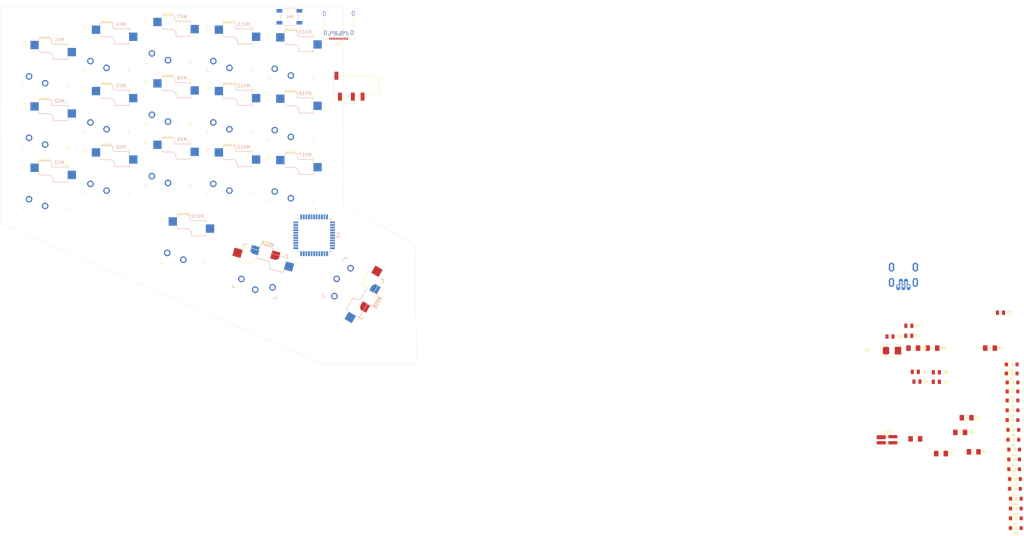
<source format=kicad_pcb>
(kicad_pcb (version 20171130) (host pcbnew "(5.1.10)-1")
  (layers (0 F.Cu signal) (31 B.Cu signal) (34 B.Paste user hide) (35 F.Paste user) (36 B.SilkS user hide) (37 F.SilkS user) (38 B.Mask user hide) (39 F.Mask user) (44 Edge.Cuts user))
  (net 0 "")
  (net 1 "Net-(C1-Pad1)")
  (net 2 GND)
  (net 3 "Net-(C2-Pad1)")
  (net 4 RST)
  (net 5 "Net-(C4-Pad1)")
  (net 6 Row1)
  (net 7 "Net-(D1-Pad2)")
  (net 8 Row2)
  (net 9 "Net-(D2-Pad2)")
  (net 10 "Net-(D3-Pad2)")
  (net 11 "Net-(D4-Pad2)")
  (net 12 "Net-(J1-Pad6)")
  (net 13 "Net-(J1-Pad4)")
  (net 14 Col1)
  (net 15 Col2)
  (net 16 D+)
  (net 17 D-)
  (net 18 "Net-(U1-Pad42)")
  (net 19 "Net-(U1-Pad41)")
  (net 20 "Net-(U1-Pad40)")
  (net 21 "Net-(U1-Pad39)")
  (net 22 "Net-(U1-Pad38)")
  (net 23 "Net-(U1-Pad37)")
  (net 24 "Net-(U1-Pad36)")
  (net 25 "Net-(U1-Pad32)")
  (net 26 "Net-(U1-Pad31)")
  (net 27 "Net-(U1-Pad30)")
  (net 28 "Net-(U1-Pad29)")
  (net 29 "Net-(U1-Pad28)")
  (net 30 "Net-(U1-Pad27)")
  (net 31 "Net-(U1-Pad26)")
  (net 32 "Net-(U1-Pad25)")
  (net 33 "Net-(U1-Pad22)")
  (net 34 "Net-(U1-Pad21)")
  (net 35 "Net-(U1-Pad20)")
  (net 36 "Net-(U1-Pad19)")
  (net 37 "Net-(U1-Pad18)")
  (net 38 "Net-(U1-Pad12)")
  (net 39 "Net-(U1-Pad11)")
  (net 40 "Net-(U1-Pad10)")
  (net 41 "Net-(U1-Pad9)")
  (net 42 "Net-(U1-Pad8)")
  (net 43 "Net-(U1-Pad1)")
  (net 44 "Net-(C3-Pad1)")
  (net 45 Row3)
  (net 46 "Net-(D5-Pad2)")
  (net 47 "Net-(D6-Pad2)")
  (net 48 "Net-(D7-Pad2)")
  (net 49 "Net-(D8-Pad2)")
  (net 50 "Net-(D9-Pad2)")
  (net 51 Row4)
  (net 52 "Net-(D10-Pad2)")
  (net 53 "Net-(D11-Pad2)")
  (net 54 "Net-(D12-Pad2)")
  (net 55 "Net-(D13-Pad2)")
  (net 56 "Net-(D14-Pad2)")
  (net 57 "Net-(D15-Pad2)")
  (net 58 "Net-(D16-Pad2)")
  (net 59 "Net-(D17-Pad2)")
  (net 60 "Net-(D18-Pad2)")
  (net 61 Col3)
  (net 62 Col4)
  (net 63 Col5)
  (net 64 VCC)
  (net 65 "Net-(R5-Pad2)")
  (net 66 +5V)
  (net 67 "Net-(J2-PadB11)")
  (net 68 "Net-(J2-PadB10)")
  (net 69 "Net-(J2-PadB8)")
  (net 70 "Net-(J2-PadB5)")
  (net 71 "Net-(J2-PadB3)")
  (net 72 "Net-(J2-PadB2)")
  (net 73 "Net-(J2-PadA11)")
  (net 74 "Net-(J2-PadA8)")
  (net 75 "Net-(J2-PadA10)")
  (net 76 "Net-(J2-PadA5)")
  (net 77 "Net-(J2-PadA3)")
  (net 78 "Net-(J2-PadA2)")
  (net 79 "Net-(R6-Pad1)")
  (net 80 "Net-(R7-Pad1)")
  (net 81 "Net-(J3-PadR2)")
  (net 82 "Net-(J3-PadR1)")
  (net 83 "Net-(J3-PadT)")
  (module keyswitches:Kailh_socket_PG1350_optional (layer F.Cu) (at 31.75 32.79775)
    (fp_text reference MX1 (at 0 -8.255) (layer F.SilkS))
    (fp_text value mechSwitch)
    (fp_text user %R (at 4.445 -7.62) (layer B.SilkS) (effects (justify mirror)))
    (pad "" np_thru_hole circle (at -5.5 0) (size 1.7018 1.7018) (drill 1.7018) (layers *.Cu *.Mask))
    (pad "" np_thru_hole circle (at 5.5 0) (size 1.7018 1.7018) (drill 1.7018) (layers *.Cu *.Mask))
    (pad 1 smd rect (at -3.275 -5.95) (size 2.6 2.6) (layers B.Cu B.Paste B.Mask) (net 14 Col1))
    (pad "" np_thru_hole circle (at 5 -3.75) (size 3 3) (drill 3) (layers *.Cu *.Mask))
    (pad "" np_thru_hole circle (at 0 0) (size 3.429 3.429) (drill 3.429) (layers *.Cu *.Mask))
    (pad 2 thru_hole circle (at -5 3.8) (size 2.032 2.032) (drill 1.27) (layers *.Cu *.Mask) (net 7 "Net-(D1-Pad2)"))
    (pad 1 thru_hole circle (at 0 5.9) (size 2.032 2.032) (drill 1.27) (layers *.Cu *.Mask) (net 14 Col1))
    (pad "" np_thru_hole circle (at 0 -5.95) (size 3 3) (drill 3) (layers *.Cu *.Mask))
    (pad 2 smd rect (at 8.275 -3.75) (size 2.6 2.6) (layers B.Cu B.Paste B.Mask) (net 7 "Net-(D1-Pad2)"))
  )
  (module Connector_Audio:Jack_3.5mm_PJ320D_Horizontal (layer F.Cu) (at 127 39.624 180)
    (fp_text reference J3 (at 0.05 -5.35) (layer F.SilkS))
    (fp_text value AudioJack4)
    (pad S smd rect (at 4.925 3.25 180) (size 1.2 2.5) (layers F.Cu F.Paste F.Mask) (net 2 GND))
    (pad T smd rect (at 3.825 -3.25 180) (size 1.2 2.5) (layers F.Cu F.Paste F.Mask) (net 83 "Net-(J3-PadT)"))
    (pad R1 smd rect (at -0.175 -3.25 180) (size 1.2 2.5) (layers F.Cu F.Paste F.Mask) (net 82 "Net-(J3-PadR1)"))
    (pad R2 smd rect (at -3.175 -3.25 180) (size 1.2 2.5) (layers F.Cu F.Paste F.Mask) (net 81 "Net-(J3-PadR2)"))
    (pad "" np_thru_hole circle (at -4.775 0 180) (size 1.5 1.5) (drill 1.5) (layers *.Cu *.Mask))
    (pad "" np_thru_hole circle (at 2.225 0 180) (size 1.5 1.5) (drill 1.5) (layers *.Cu *.Mask))
  )
  (module keyswitches:Kailh_socket_PG1350_optional (layer F.Cu) (at 107.95 68.5165)
    (fp_text reference MX17 (at 0 -8.255) (layer F.SilkS))
    (fp_text value mechSwitch)
    (fp_text user %R (at 4.445 -7.62) (layer B.SilkS) (effects (justify mirror)))
    (pad "" np_thru_hole circle (at -5.5 0) (size 1.7018 1.7018) (drill 1.7018) (layers *.Cu *.Mask))
    (pad "" np_thru_hole circle (at 5.5 0) (size 1.7018 1.7018) (drill 1.7018) (layers *.Cu *.Mask))
    (pad 1 smd rect (at -3.275 -5.95) (size 2.6 2.6) (layers B.Cu B.Paste B.Mask) (net 63 Col5))
    (pad "" np_thru_hole circle (at 5 -3.75) (size 3 3) (drill 3) (layers *.Cu *.Mask))
    (pad "" np_thru_hole circle (at 0 0) (size 3.429 3.429) (drill 3.429) (layers *.Cu *.Mask))
    (pad 2 thru_hole circle (at -5 3.8) (size 2.032 2.032) (drill 1.27) (layers *.Cu *.Mask) (net 59 "Net-(D17-Pad2)"))
    (pad 1 thru_hole circle (at 0 5.9) (size 2.032 2.032) (drill 1.27) (layers *.Cu *.Mask) (net 63 Col5))
    (pad "" np_thru_hole circle (at 0 -5.95) (size 3 3) (drill 3) (layers *.Cu *.Mask))
    (pad 2 smd rect (at 8.275 -3.75) (size 2.6 2.6) (layers B.Cu B.Paste B.Mask) (net 59 "Net-(D17-Pad2)"))
  )
  (module keyswitches:Kailh_socket_PG1350_optional (layer F.Cu) (at 107.95 49.4665)
    (fp_text reference MX16 (at 0 -8.255) (layer F.SilkS))
    (fp_text value mechSwitch)
    (fp_text user %R (at 4.445 -7.62) (layer B.SilkS) (effects (justify mirror)))
    (pad "" np_thru_hole circle (at -5.5 0) (size 1.7018 1.7018) (drill 1.7018) (layers *.Cu *.Mask))
    (pad "" np_thru_hole circle (at 5.5 0) (size 1.7018 1.7018) (drill 1.7018) (layers *.Cu *.Mask))
    (pad 1 smd rect (at -3.275 -5.95) (size 2.6 2.6) (layers B.Cu B.Paste B.Mask) (net 63 Col5))
    (pad "" np_thru_hole circle (at 5 -3.75) (size 3 3) (drill 3) (layers *.Cu *.Mask))
    (pad "" np_thru_hole circle (at 0 0) (size 3.429 3.429) (drill 3.429) (layers *.Cu *.Mask))
    (pad 2 thru_hole circle (at -5 3.8) (size 2.032 2.032) (drill 1.27) (layers *.Cu *.Mask) (net 58 "Net-(D16-Pad2)"))
    (pad 1 thru_hole circle (at 0 5.9) (size 2.032 2.032) (drill 1.27) (layers *.Cu *.Mask) (net 63 Col5))
    (pad "" np_thru_hole circle (at 0 -5.95) (size 3 3) (drill 3) (layers *.Cu *.Mask))
    (pad 2 smd rect (at 8.275 -3.75) (size 2.6 2.6) (layers B.Cu B.Paste B.Mask) (net 58 "Net-(D16-Pad2)"))
  )
  (module keyswitches:Kailh_socket_PG1350_optional (layer F.Cu) (at 107.95 30.4165)
    (fp_text reference MX15 (at 0 -8.255) (layer F.SilkS))
    (fp_text value mechSwitch)
    (fp_text user %R (at 4.445 -7.62) (layer B.SilkS) (effects (justify mirror)))
    (pad "" np_thru_hole circle (at -5.5 0) (size 1.7018 1.7018) (drill 1.7018) (layers *.Cu *.Mask))
    (pad "" np_thru_hole circle (at 5.5 0) (size 1.7018 1.7018) (drill 1.7018) (layers *.Cu *.Mask))
    (pad 1 smd rect (at -3.275 -5.95) (size 2.6 2.6) (layers B.Cu B.Paste B.Mask) (net 63 Col5))
    (pad "" np_thru_hole circle (at 5 -3.75) (size 3 3) (drill 3) (layers *.Cu *.Mask))
    (pad "" np_thru_hole circle (at 0 0) (size 3.429 3.429) (drill 3.429) (layers *.Cu *.Mask))
    (pad 2 thru_hole circle (at -5 3.8) (size 2.032 2.032) (drill 1.27) (layers *.Cu *.Mask) (net 57 "Net-(D15-Pad2)"))
    (pad 1 thru_hole circle (at 0 5.9) (size 2.032 2.032) (drill 1.27) (layers *.Cu *.Mask) (net 63 Col5))
    (pad "" np_thru_hole circle (at 0 -5.95) (size 3 3) (drill 3) (layers *.Cu *.Mask))
    (pad 2 smd rect (at 8.275 -3.75) (size 2.6 2.6) (layers B.Cu B.Paste B.Mask) (net 57 "Net-(D15-Pad2)"))
  )
  (module keyswitches:Kailh_socket_PG1350_optional (layer F.Cu) (at 88.9 66.13525)
    (fp_text reference MX13 (at 0 -8.255) (layer F.SilkS))
    (fp_text value mechSwitch)
    (fp_text user %R (at 4.445 -7.62) (layer B.SilkS) (effects (justify mirror)))
    (pad "" np_thru_hole circle (at -5.5 0) (size 1.7018 1.7018) (drill 1.7018) (layers *.Cu *.Mask))
    (pad "" np_thru_hole circle (at 5.5 0) (size 1.7018 1.7018) (drill 1.7018) (layers *.Cu *.Mask))
    (pad 1 smd rect (at -3.275 -5.95) (size 2.6 2.6) (layers B.Cu B.Paste B.Mask) (net 62 Col4))
    (pad "" np_thru_hole circle (at 5 -3.75) (size 3 3) (drill 3) (layers *.Cu *.Mask))
    (pad "" np_thru_hole circle (at 0 0) (size 3.429 3.429) (drill 3.429) (layers *.Cu *.Mask))
    (pad 2 thru_hole circle (at -5 3.8) (size 2.032 2.032) (drill 1.27) (layers *.Cu *.Mask) (net 55 "Net-(D13-Pad2)"))
    (pad 1 thru_hole circle (at 0 5.9) (size 2.032 2.032) (drill 1.27) (layers *.Cu *.Mask) (net 62 Col4))
    (pad "" np_thru_hole circle (at 0 -5.95) (size 3 3) (drill 3) (layers *.Cu *.Mask))
    (pad 2 smd rect (at 8.275 -3.75) (size 2.6 2.6) (layers B.Cu B.Paste B.Mask) (net 55 "Net-(D13-Pad2)"))
  )
  (module keyswitches:Kailh_socket_PG1350_optional (layer F.Cu) (at 88.9 47.08525)
    (fp_text reference MX12 (at 0 -8.255) (layer F.SilkS))
    (fp_text value mechSwitch)
    (fp_text user %R (at 4.445 -7.62) (layer B.SilkS) (effects (justify mirror)))
    (pad "" np_thru_hole circle (at -5.5 0) (size 1.7018 1.7018) (drill 1.7018) (layers *.Cu *.Mask))
    (pad "" np_thru_hole circle (at 5.5 0) (size 1.7018 1.7018) (drill 1.7018) (layers *.Cu *.Mask))
    (pad 1 smd rect (at -3.275 -5.95) (size 2.6 2.6) (layers B.Cu B.Paste B.Mask) (net 62 Col4))
    (pad "" np_thru_hole circle (at 5 -3.75) (size 3 3) (drill 3) (layers *.Cu *.Mask))
    (pad "" np_thru_hole circle (at 0 0) (size 3.429 3.429) (drill 3.429) (layers *.Cu *.Mask))
    (pad 2 thru_hole circle (at -5 3.8) (size 2.032 2.032) (drill 1.27) (layers *.Cu *.Mask) (net 54 "Net-(D12-Pad2)"))
    (pad 1 thru_hole circle (at 0 5.9) (size 2.032 2.032) (drill 1.27) (layers *.Cu *.Mask) (net 62 Col4))
    (pad "" np_thru_hole circle (at 0 -5.95) (size 3 3) (drill 3) (layers *.Cu *.Mask))
    (pad 2 smd rect (at 8.275 -3.75) (size 2.6 2.6) (layers B.Cu B.Paste B.Mask) (net 54 "Net-(D12-Pad2)"))
  )
  (module keyswitches:Kailh_socket_PG1350_optional (layer F.Cu) (at 88.9 28.03525)
    (fp_text reference MX11 (at 0 -8.255) (layer F.SilkS))
    (fp_text value mechSwitch)
    (fp_text user %R (at 4.445 -7.62) (layer B.SilkS) (effects (justify mirror)))
    (pad "" np_thru_hole circle (at -5.5 0) (size 1.7018 1.7018) (drill 1.7018) (layers *.Cu *.Mask))
    (pad "" np_thru_hole circle (at 5.5 0) (size 1.7018 1.7018) (drill 1.7018) (layers *.Cu *.Mask))
    (pad 1 smd rect (at -3.275 -5.95) (size 2.6 2.6) (layers B.Cu B.Paste B.Mask) (net 62 Col4))
    (pad "" np_thru_hole circle (at 5 -3.75) (size 3 3) (drill 3) (layers *.Cu *.Mask))
    (pad "" np_thru_hole circle (at 0 0) (size 3.429 3.429) (drill 3.429) (layers *.Cu *.Mask))
    (pad 2 thru_hole circle (at -5 3.8) (size 2.032 2.032) (drill 1.27) (layers *.Cu *.Mask) (net 53 "Net-(D11-Pad2)"))
    (pad 1 thru_hole circle (at 0 5.9) (size 2.032 2.032) (drill 1.27) (layers *.Cu *.Mask) (net 62 Col4))
    (pad "" np_thru_hole circle (at 0 -5.95) (size 3 3) (drill 3) (layers *.Cu *.Mask))
    (pad 2 smd rect (at 8.275 -3.75) (size 2.6 2.6) (layers B.Cu B.Paste B.Mask) (net 53 "Net-(D11-Pad2)"))
  )
  (module keyswitches:Kailh_socket_PG1350_optional (layer F.Cu) (at 74.6125 87.5665)
    (fp_text reference MX10 (at 0 -8.255) (layer F.SilkS))
    (fp_text value mechSwitch)
    (fp_text user %R (at 4.445 -7.62) (layer B.SilkS) (effects (justify mirror)))
    (pad "" np_thru_hole circle (at -5.5 0) (size 1.7018 1.7018) (drill 1.7018) (layers *.Cu *.Mask))
    (pad "" np_thru_hole circle (at 5.5 0) (size 1.7018 1.7018) (drill 1.7018) (layers *.Cu *.Mask))
    (pad 1 smd rect (at -3.275 -5.95) (size 2.6 2.6) (layers B.Cu B.Paste B.Mask) (net 61 Col3))
    (pad "" np_thru_hole circle (at 5 -3.75) (size 3 3) (drill 3) (layers *.Cu *.Mask))
    (pad "" np_thru_hole circle (at 0 0) (size 3.429 3.429) (drill 3.429) (layers *.Cu *.Mask))
    (pad 2 thru_hole circle (at -5 3.8) (size 2.032 2.032) (drill 1.27) (layers *.Cu *.Mask) (net 52 "Net-(D10-Pad2)"))
    (pad 1 thru_hole circle (at 0 5.9) (size 2.032 2.032) (drill 1.27) (layers *.Cu *.Mask) (net 61 Col3))
    (pad "" np_thru_hole circle (at 0 -5.95) (size 3 3) (drill 3) (layers *.Cu *.Mask))
    (pad 2 smd rect (at 8.275 -3.75) (size 2.6 2.6) (layers B.Cu B.Paste B.Mask) (net 52 "Net-(D10-Pad2)"))
  )
  (module keyswitches:Kailh_socket_PG1350_optional (layer F.Cu) (at 69.85 63.754)
    (fp_text reference MX9 (at 0 -8.255) (layer F.SilkS))
    (fp_text value mechSwitch)
    (fp_text user %R (at 4.445 -7.62) (layer B.SilkS) (effects (justify mirror)))
    (pad "" np_thru_hole circle (at -5.5 0) (size 1.7018 1.7018) (drill 1.7018) (layers *.Cu *.Mask))
    (pad "" np_thru_hole circle (at 5.5 0) (size 1.7018 1.7018) (drill 1.7018) (layers *.Cu *.Mask))
    (pad 1 smd rect (at -3.275 -5.95) (size 2.6 2.6) (layers B.Cu B.Paste B.Mask) (net 61 Col3))
    (pad "" np_thru_hole circle (at 5 -3.75) (size 3 3) (drill 3) (layers *.Cu *.Mask))
    (pad "" np_thru_hole circle (at 0 0) (size 3.429 3.429) (drill 3.429) (layers *.Cu *.Mask))
    (pad 2 thru_hole circle (at -5 3.8) (size 2.032 2.032) (drill 1.27) (layers *.Cu *.Mask) (net 50 "Net-(D9-Pad2)"))
    (pad 1 thru_hole circle (at 0 5.9) (size 2.032 2.032) (drill 1.27) (layers *.Cu *.Mask) (net 61 Col3))
    (pad "" np_thru_hole circle (at 0 -5.95) (size 3 3) (drill 3) (layers *.Cu *.Mask))
    (pad 2 smd rect (at 8.275 -3.75) (size 2.6 2.6) (layers B.Cu B.Paste B.Mask) (net 50 "Net-(D9-Pad2)"))
  )
  (module keyswitches:Kailh_socket_PG1350_optional (layer F.Cu) (at 69.85 44.704)
    (fp_text reference MX8 (at 0 -8.255) (layer F.SilkS))
    (fp_text value mechSwitch)
    (fp_text user %R (at 4.445 -7.62) (layer B.SilkS) (effects (justify mirror)))
    (pad "" np_thru_hole circle (at -5.5 0) (size 1.7018 1.7018) (drill 1.7018) (layers *.Cu *.Mask))
    (pad "" np_thru_hole circle (at 5.5 0) (size 1.7018 1.7018) (drill 1.7018) (layers *.Cu *.Mask))
    (pad 1 smd rect (at -3.275 -5.95) (size 2.6 2.6) (layers B.Cu B.Paste B.Mask) (net 61 Col3))
    (pad "" np_thru_hole circle (at 5 -3.75) (size 3 3) (drill 3) (layers *.Cu *.Mask))
    (pad "" np_thru_hole circle (at 0 0) (size 3.429 3.429) (drill 3.429) (layers *.Cu *.Mask))
    (pad 2 thru_hole circle (at -5 3.8) (size 2.032 2.032) (drill 1.27) (layers *.Cu *.Mask) (net 49 "Net-(D8-Pad2)"))
    (pad 1 thru_hole circle (at 0 5.9) (size 2.032 2.032) (drill 1.27) (layers *.Cu *.Mask) (net 61 Col3))
    (pad "" np_thru_hole circle (at 0 -5.95) (size 3 3) (drill 3) (layers *.Cu *.Mask))
    (pad 2 smd rect (at 8.275 -3.75) (size 2.6 2.6) (layers B.Cu B.Paste B.Mask) (net 49 "Net-(D8-Pad2)"))
  )
  (module keyswitches:Kailh_socket_PG1350_optional (layer F.Cu) (at 69.85 25.654)
    (fp_text reference MX7 (at 0 -8.255) (layer F.SilkS))
    (fp_text value mechSwitch)
    (fp_text user %R (at 4.445 -7.62) (layer B.SilkS) (effects (justify mirror)))
    (pad "" np_thru_hole circle (at -5.5 0) (size 1.7018 1.7018) (drill 1.7018) (layers *.Cu *.Mask))
    (pad "" np_thru_hole circle (at 5.5 0) (size 1.7018 1.7018) (drill 1.7018) (layers *.Cu *.Mask))
    (pad 1 smd rect (at -3.275 -5.95) (size 2.6 2.6) (layers B.Cu B.Paste B.Mask) (net 61 Col3))
    (pad "" np_thru_hole circle (at 5 -3.75) (size 3 3) (drill 3) (layers *.Cu *.Mask))
    (pad "" np_thru_hole circle (at 0 0) (size 3.429 3.429) (drill 3.429) (layers *.Cu *.Mask))
    (pad 2 thru_hole circle (at -5 3.8) (size 2.032 2.032) (drill 1.27) (layers *.Cu *.Mask) (net 48 "Net-(D7-Pad2)"))
    (pad 1 thru_hole circle (at 0 5.9) (size 2.032 2.032) (drill 1.27) (layers *.Cu *.Mask) (net 61 Col3))
    (pad "" np_thru_hole circle (at 0 -5.95) (size 3 3) (drill 3) (layers *.Cu *.Mask))
    (pad 2 smd rect (at 8.275 -3.75) (size 2.6 2.6) (layers B.Cu B.Paste B.Mask) (net 48 "Net-(D7-Pad2)"))
  )
  (module keyswitches:Kailh_socket_PG1350_optional (layer F.Cu) (at 50.8 66.13525)
    (fp_text reference MX6 (at 0 -8.255) (layer F.SilkS))
    (fp_text value mechSwitch)
    (fp_text user %R (at 4.445 -7.62) (layer B.SilkS) (effects (justify mirror)))
    (pad "" np_thru_hole circle (at -5.5 0) (size 1.7018 1.7018) (drill 1.7018) (layers *.Cu *.Mask))
    (pad "" np_thru_hole circle (at 5.5 0) (size 1.7018 1.7018) (drill 1.7018) (layers *.Cu *.Mask))
    (pad 1 smd rect (at -3.275 -5.95) (size 2.6 2.6) (layers B.Cu B.Paste B.Mask) (net 15 Col2))
    (pad "" np_thru_hole circle (at 5 -3.75) (size 3 3) (drill 3) (layers *.Cu *.Mask))
    (pad "" np_thru_hole circle (at 0 0) (size 3.429 3.429) (drill 3.429) (layers *.Cu *.Mask))
    (pad 2 thru_hole circle (at -5 3.8) (size 2.032 2.032) (drill 1.27) (layers *.Cu *.Mask) (net 47 "Net-(D6-Pad2)"))
    (pad 1 thru_hole circle (at 0 5.9) (size 2.032 2.032) (drill 1.27) (layers *.Cu *.Mask) (net 15 Col2))
    (pad "" np_thru_hole circle (at 0 -5.95) (size 3 3) (drill 3) (layers *.Cu *.Mask))
    (pad 2 smd rect (at 8.275 -3.75) (size 2.6 2.6) (layers B.Cu B.Paste B.Mask) (net 47 "Net-(D6-Pad2)"))
  )
  (module keyswitches:Kailh_socket_PG1350_optional (layer F.Cu) (at 50.8 47.08525)
    (fp_text reference MX5 (at 0 -8.255) (layer F.SilkS))
    (fp_text value mechSwitch)
    (fp_text user %R (at 4.445 -7.62) (layer B.SilkS) (effects (justify mirror)))
    (pad "" np_thru_hole circle (at -5.5 0) (size 1.7018 1.7018) (drill 1.7018) (layers *.Cu *.Mask))
    (pad "" np_thru_hole circle (at 5.5 0) (size 1.7018 1.7018) (drill 1.7018) (layers *.Cu *.Mask))
    (pad 1 smd rect (at -3.275 -5.95) (size 2.6 2.6) (layers B.Cu B.Paste B.Mask) (net 15 Col2))
    (pad "" np_thru_hole circle (at 5 -3.75) (size 3 3) (drill 3) (layers *.Cu *.Mask))
    (pad "" np_thru_hole circle (at 0 0) (size 3.429 3.429) (drill 3.429) (layers *.Cu *.Mask))
    (pad 2 thru_hole circle (at -5 3.8) (size 2.032 2.032) (drill 1.27) (layers *.Cu *.Mask) (net 46 "Net-(D5-Pad2)"))
    (pad 1 thru_hole circle (at 0 5.9) (size 2.032 2.032) (drill 1.27) (layers *.Cu *.Mask) (net 15 Col2))
    (pad "" np_thru_hole circle (at 0 -5.95) (size 3 3) (drill 3) (layers *.Cu *.Mask))
    (pad 2 smd rect (at 8.275 -3.75) (size 2.6 2.6) (layers B.Cu B.Paste B.Mask) (net 46 "Net-(D5-Pad2)"))
  )
  (module keyswitches:Kailh_socket_PG1350_optional (layer F.Cu) (at 50.8 28.03525)
    (fp_text reference MX4 (at 0 -8.255) (layer F.SilkS))
    (fp_text value mechSwitch)
    (fp_text user %R (at 4.445 -7.62) (layer B.SilkS) (effects (justify mirror)))
    (pad "" np_thru_hole circle (at -5.5 0) (size 1.7018 1.7018) (drill 1.7018) (layers *.Cu *.Mask))
    (pad "" np_thru_hole circle (at 5.5 0) (size 1.7018 1.7018) (drill 1.7018) (layers *.Cu *.Mask))
    (pad 1 smd rect (at -3.275 -5.95) (size 2.6 2.6) (layers B.Cu B.Paste B.Mask) (net 15 Col2))
    (pad "" np_thru_hole circle (at 5 -3.75) (size 3 3) (drill 3) (layers *.Cu *.Mask))
    (pad "" np_thru_hole circle (at 0 0) (size 3.429 3.429) (drill 3.429) (layers *.Cu *.Mask))
    (pad 2 thru_hole circle (at -5 3.8) (size 2.032 2.032) (drill 1.27) (layers *.Cu *.Mask) (net 11 "Net-(D4-Pad2)"))
    (pad 1 thru_hole circle (at 0 5.9) (size 2.032 2.032) (drill 1.27) (layers *.Cu *.Mask) (net 15 Col2))
    (pad "" np_thru_hole circle (at 0 -5.95) (size 3 3) (drill 3) (layers *.Cu *.Mask))
    (pad 2 smd rect (at 8.275 -3.75) (size 2.6 2.6) (layers B.Cu B.Paste B.Mask) (net 11 "Net-(D4-Pad2)"))
  )
  (module keyswitches:Kailh_socket_PG1350_optional (layer F.Cu) (at 31.75 70.89775)
    (fp_text reference MX3 (at 0 -8.255) (layer F.SilkS))
    (fp_text value mechSwitch)
    (fp_text user %R (at 4.445 -7.62) (layer B.SilkS) (effects (justify mirror)))
    (pad "" np_thru_hole circle (at -5.5 0) (size 1.7018 1.7018) (drill 1.7018) (layers *.Cu *.Mask))
    (pad "" np_thru_hole circle (at 5.5 0) (size 1.7018 1.7018) (drill 1.7018) (layers *.Cu *.Mask))
    (pad 1 smd rect (at -3.275 -5.95) (size 2.6 2.6) (layers B.Cu B.Paste B.Mask) (net 14 Col1))
    (pad "" np_thru_hole circle (at 5 -3.75) (size 3 3) (drill 3) (layers *.Cu *.Mask))
    (pad "" np_thru_hole circle (at 0 0) (size 3.429 3.429) (drill 3.429) (layers *.Cu *.Mask))
    (pad 2 thru_hole circle (at -5 3.8) (size 2.032 2.032) (drill 1.27) (layers *.Cu *.Mask) (net 10 "Net-(D3-Pad2)"))
    (pad 1 thru_hole circle (at 0 5.9) (size 2.032 2.032) (drill 1.27) (layers *.Cu *.Mask) (net 14 Col1))
    (pad "" np_thru_hole circle (at 0 -5.95) (size 3 3) (drill 3) (layers *.Cu *.Mask))
    (pad 2 smd rect (at 8.275 -3.75) (size 2.6 2.6) (layers B.Cu B.Paste B.Mask) (net 10 "Net-(D3-Pad2)"))
  )
  (module keyswitches:Kailh_socket_PG1350_optional (layer F.Cu) (at 31.75 51.84775)
    (fp_text reference MX2 (at 0 -8.255) (layer F.SilkS))
    (fp_text value mechSwitch)
    (fp_text user %R (at 4.445 -7.62) (layer B.SilkS) (effects (justify mirror)))
    (pad "" np_thru_hole circle (at -5.5 0) (size 1.7018 1.7018) (drill 1.7018) (layers *.Cu *.Mask))
    (pad "" np_thru_hole circle (at 5.5 0) (size 1.7018 1.7018) (drill 1.7018) (layers *.Cu *.Mask))
    (pad 1 smd rect (at -3.275 -5.95) (size 2.6 2.6) (layers B.Cu B.Paste B.Mask) (net 14 Col1))
    (pad "" np_thru_hole circle (at 5 -3.75) (size 3 3) (drill 3) (layers *.Cu *.Mask))
    (pad "" np_thru_hole circle (at 0 0) (size 3.429 3.429) (drill 3.429) (layers *.Cu *.Mask))
    (pad 2 thru_hole circle (at -5 3.8) (size 2.032 2.032) (drill 1.27) (layers *.Cu *.Mask) (net 9 "Net-(D2-Pad2)"))
    (pad 1 thru_hole circle (at 0 5.9) (size 2.032 2.032) (drill 1.27) (layers *.Cu *.Mask) (net 14 Col1))
    (pad "" np_thru_hole circle (at 0 -5.95) (size 3 3) (drill 3) (layers *.Cu *.Mask))
    (pad 2 smd rect (at 8.275 -3.75) (size 2.6 2.6) (layers B.Cu B.Paste B.Mask) (net 9 "Net-(D2-Pad2)"))
  )
  (module acheron_Components:R_SMD_1206 (layer F.Cu) (at 309.5404 153.6544)
    (fp_text reference R7 (at 3.429 0) (layer F.SilkS) (effects (font (size 0.762 0.762) (thickness 0.1905))))
    (fp_text value 22)
    (pad 1 smd roundrect (at -1.4875 0) (size 1.425 1.75) (layers F.Cu F.Paste F.Mask) (roundrect_rratio 0.175439) (net 80 "Net-(R7-Pad1)"))
    (pad 2 smd roundrect (at 1.4875 0) (size 1.425 1.75) (layers F.Cu F.Paste F.Mask) (roundrect_rratio 0.175439) (net 17 D-))
  )
  (module acheron_Components:R_SMD_1206 (layer F.Cu) (at 315.4904 147.0744)
    (fp_text reference R6 (at 3.429 0) (layer F.SilkS) (effects (font (size 0.762 0.762) (thickness 0.1905))))
    (fp_text value 22)
    (pad 1 smd roundrect (at -1.4875 0) (size 1.425 1.75) (layers F.Cu F.Paste F.Mask) (roundrect_rratio 0.175439) (net 79 "Net-(R6-Pad1)"))
    (pad 2 smd roundrect (at 1.4875 0) (size 1.425 1.75) (layers F.Cu F.Paste F.Mask) (roundrect_rratio 0.175439) (net 16 D+))
  )
  (module acheron_Components:R_SMD_1206 (layer F.Cu) (at 319.6844 153.1112)
    (fp_text reference R2 (at 3.429 0) (layer F.SilkS) (effects (font (size 0.762 0.762) (thickness 0.1905))))
    (fp_text value 5k)
    (pad 1 smd roundrect (at -1.4875 0) (size 1.425 1.75) (layers F.Cu F.Paste F.Mask) (roundrect_rratio 0.175439) (net 70 "Net-(J2-PadB5)"))
    (pad 2 smd roundrect (at 1.4875 0) (size 1.425 1.75) (layers F.Cu F.Paste F.Mask) (roundrect_rratio 0.175439) (net 66 +5V))
  )
  (module acheron_Components:R_SMD_1206 (layer F.Cu) (at 317.4904 142.5244)
    (fp_text reference R1 (at 3.429 0) (layer F.SilkS) (effects (font (size 0.762 0.762) (thickness 0.1905))))
    (fp_text value 5k)
    (pad 1 smd roundrect (at -1.4875 0) (size 1.425 1.75) (layers F.Cu F.Paste F.Mask) (roundrect_rratio 0.175439) (net 76 "Net-(J2-PadA5)"))
    (pad 2 smd roundrect (at 1.4875 0) (size 1.425 1.75) (layers F.Cu F.Paste F.Mask) (roundrect_rratio 0.175439) (net 66 +5V))
  )
  (module Connector_USB:USB_C_Receptacle_Amphenol_12401548E4-2A (layer F.Cu) (at 122.7836 19.8628 180)
    (fp_text reference J2 (at 0 -6.36) (layer F.SilkS))
    (fp_text value USB_C_Receptacle)
    (pad B11 thru_hole circle (at -2.4 -3.01 180) (size 0.65 0.65) (drill 0.4) (layers *.Cu *.Mask) (net 67 "Net-(J2-PadB11)"))
    (pad B10 thru_hole circle (at -1.6 -3.01 180) (size 0.65 0.65) (drill 0.4) (layers *.Cu *.Mask) (net 68 "Net-(J2-PadB10)"))
    (pad B8 thru_hole circle (at -0.8 -3.01 180) (size 0.65 0.65) (drill 0.4) (layers *.Cu *.Mask) (net 69 "Net-(J2-PadB8)"))
    (pad B5 thru_hole circle (at 0.8 -3.01 180) (size 0.65 0.65) (drill 0.4) (layers *.Cu *.Mask) (net 70 "Net-(J2-PadB5)"))
    (pad B3 thru_hole circle (at 1.6 -3.01 180) (size 0.65 0.65) (drill 0.4) (layers *.Cu *.Mask) (net 71 "Net-(J2-PadB3)"))
    (pad B2 thru_hole circle (at 2.4 -3.01 180) (size 0.65 0.65) (drill 0.4) (layers *.Cu *.Mask) (net 72 "Net-(J2-PadB2)"))
    (pad B12 thru_hole circle (at -2.8 -3.71 180) (size 0.65 0.65) (drill 0.4) (layers *.Cu *.Mask) (net 66 +5V))
    (pad B9 thru_hole circle (at -1.2 -3.71 180) (size 0.65 0.65) (drill 0.4) (layers *.Cu *.Mask) (net 64 VCC))
    (pad B7 thru_hole circle (at -0.4 -3.71 180) (size 0.65 0.65) (drill 0.4) (layers *.Cu *.Mask) (net 17 D-))
    (pad B6 thru_hole circle (at 0.4 -3.71 180) (size 0.65 0.65) (drill 0.4) (layers *.Cu *.Mask) (net 16 D+))
    (pad B4 thru_hole circle (at 1.2 -3.71 180) (size 0.65 0.65) (drill 0.4) (layers *.Cu *.Mask) (net 64 VCC))
    (pad B1 thru_hole circle (at 2.8 -3.71 180) (size 0.65 0.65) (drill 0.4) (layers *.Cu *.Mask) (net 66 +5V))
    (pad "" np_thru_hole circle (at -3.6 -4.36 180) (size 0.65 0.65) (drill 0.65) (layers *.Cu *.Mask))
    (pad "" np_thru_hole oval (at 3.6 -4.36 180) (size 0.95 0.65) (drill oval 0.95 0.65) (layers *.Cu *.Mask))
    (pad S1 thru_hole oval (at -4.49 2.84 180) (size 0.8 1.4) (drill oval 0.5 1.1) (layers *.Cu *.Mask) (net 66 +5V))
    (pad S1 thru_hole oval (at 4.49 2.84 180) (size 0.8 1.4) (drill oval 0.5 1.1) (layers *.Cu *.Mask) (net 66 +5V))
    (pad S1 thru_hole oval (at 4.13 -3.11 180) (size 0.8 1.4) (drill oval 0.5 1.1) (layers *.Cu *.Mask) (net 66 +5V))
    (pad A11 smd rect (at 2.25 -5.02 180) (size 0.3 0.7) (layers F.Cu F.Paste F.Mask) (net 73 "Net-(J2-PadA11)"))
    (pad A8 smd rect (at 0.75 -5.02 180) (size 0.3 0.7) (layers F.Cu F.Paste F.Mask) (net 74 "Net-(J2-PadA8)"))
    (pad A9 smd rect (at 1.25 -5.02 180) (size 0.3 0.7) (layers F.Cu F.Paste F.Mask) (net 64 VCC))
    (pad A10 smd rect (at 1.75 -5.02 180) (size 0.3 0.7) (layers F.Cu F.Paste F.Mask) (net 75 "Net-(J2-PadA10)"))
    (pad A12 smd rect (at 2.75 -5.02 180) (size 0.3 0.7) (layers F.Cu F.Paste F.Mask) (net 66 +5V))
    (pad A7 smd rect (at 0.25 -5.02 180) (size 0.3 0.7) (layers F.Cu F.Paste F.Mask) (net 17 D-))
    (pad A6 smd rect (at -0.25 -5.02 180) (size 0.3 0.7) (layers F.Cu F.Paste F.Mask) (net 16 D+))
    (pad A5 smd rect (at -0.75 -5.02 180) (size 0.3 0.7) (layers F.Cu F.Paste F.Mask) (net 76 "Net-(J2-PadA5)"))
    (pad A4 smd rect (at -1.25 -5.02 180) (size 0.3 0.7) (layers F.Cu F.Paste F.Mask) (net 64 VCC))
    (pad A3 smd rect (at -1.75 -5.02 180) (size 0.3 0.7) (layers F.Cu F.Paste F.Mask) (net 77 "Net-(J2-PadA3)"))
    (pad A2 smd rect (at -2.25 -5.02 180) (size 0.3 0.7) (layers F.Cu F.Paste F.Mask) (net 78 "Net-(J2-PadA2)"))
    (pad A1 smd rect (at -2.75 -5.02 180) (size 0.3 0.7) (layers F.Cu F.Paste F.Mask) (net 66 +5V))
    (pad S1 thru_hole oval (at -4.13 -3.11 180) (size 0.8 1.4) (drill oval 0.5 1.1) (layers *.Cu *.Mask) (net 66 +5V))
  )
  (module Fuse:Fuse_1206_3216Metric_Pad1.42x1.75mm_HandSolder (layer F.Cu) (at 301.5996 149.098)
    (fp_text reference F1 (at 0 -1.82) (layer F.SilkS))
    (fp_text value 500mA)
    (pad 2 smd roundrect (at 1.4875 0) (size 1.425 1.75) (layers F.Cu F.Paste F.Mask) (roundrect_rratio 0.175439) (net 66 +5V))
    (pad 1 smd roundrect (at -1.4875 0) (size 1.425 1.75) (layers F.Cu F.Paste F.Mask) (roundrect_rratio 0.175439) (net 64 VCC))
  )
  (module Package_TO_SOT_SMD:SOT-143_Handsoldering (layer F.Cu) (at 292.8112 149.352)
    (fp_text reference D19 (at -0.02 -2.38) (layer F.SilkS))
    (fp_text value PRTR5V0U2X_s)
    (pad 4 smd trapezoid (at 1.8 -0.95 270) (size 1 2.8) (layers F.Cu F.Paste F.Mask) (net 64 VCC))
    (pad 3 smd rect (at 1.8 0.95 270) (size 1 2.8) (layers F.Cu F.Paste F.Mask) (net 17 D-))
    (pad 2 smd rect (at -1.8 0.95 270) (size 1 2.8) (layers F.Cu F.Paste F.Mask) (net 16 D+))
    (pad 1 smd rect (at -1.8 -0.77 270) (size 1.2 2.8) (layers F.Cu F.Paste F.Mask) (net 66 +5V))
  )
  (module acheron_Components:Crystal_SMD_5032-2Pin_5.0x3.2mm (layer F.Cu) (at 294.348 121.704)
    (fp_text reference Y1 (at -7.62 0) (layer F.SilkS) (effects (font (thickness 0.2))))
    (fp_text value 16MHz)
    (pad 1 smd roundrect (at -1.85 0) (size 2 2.4) (layers F.Cu F.Paste F.Mask) (net 1 "Net-(C1-Pad1)"))
    (pad 2 smd rect (at 1.85 0) (size 2 2.4) (layers F.Cu F.Paste F.Mask) (net 3 "Net-(C2-Pad1)"))
  )
  (module Package_QFP:TQFP-44_10x10mm_P0.8mm (layer B.Cu) (at 115.1636 85.9028 90)
    (fp_text reference U1 (at 0 7.45 -90) (layer B.SilkS) (effects (justify mirror)))
    (fp_text value ATmega32U4-AU)
    (pad 1 smd rect (at -5.7 4 90) (size 1.5 0.55) (layers B.Cu B.Paste B.Mask) (net 43 "Net-(U1-Pad1)"))
    (pad 2 smd rect (at -5.7 3.2 90) (size 1.5 0.55) (layers B.Cu B.Paste B.Mask) (net 66 +5V))
    (pad 3 smd rect (at -5.7 2.4 90) (size 1.5 0.55) (layers B.Cu B.Paste B.Mask) (net 80 "Net-(R7-Pad1)"))
    (pad 4 smd rect (at -5.7 1.6 90) (size 1.5 0.55) (layers B.Cu B.Paste B.Mask) (net 79 "Net-(R6-Pad1)"))
    (pad 5 smd rect (at -5.7 0.8 90) (size 1.5 0.55) (layers B.Cu B.Paste B.Mask) (net 2 GND))
    (pad 6 smd rect (at -5.7 0 90) (size 1.5 0.55) (layers B.Cu B.Paste B.Mask) (net 5 "Net-(C4-Pad1)"))
    (pad 7 smd rect (at -5.7 -0.8 90) (size 1.5 0.55) (layers B.Cu B.Paste B.Mask) (net 66 +5V))
    (pad 8 smd rect (at -5.7 -1.6 90) (size 1.5 0.55) (layers B.Cu B.Paste B.Mask) (net 42 "Net-(U1-Pad8)"))
    (pad 9 smd rect (at -5.7 -2.4 90) (size 1.5 0.55) (layers B.Cu B.Paste B.Mask) (net 41 "Net-(U1-Pad9)"))
    (pad 10 smd rect (at -5.7 -3.2 90) (size 1.5 0.55) (layers B.Cu B.Paste B.Mask) (net 40 "Net-(U1-Pad10)"))
    (pad 11 smd rect (at -5.7 -4 90) (size 1.5 0.55) (layers B.Cu B.Paste B.Mask) (net 39 "Net-(U1-Pad11)"))
    (pad 12 smd rect (at -4 -5.7) (size 1.5 0.55) (layers B.Cu B.Paste B.Mask) (net 38 "Net-(U1-Pad12)"))
    (pad 13 smd rect (at -3.2 -5.7) (size 1.5 0.55) (layers B.Cu B.Paste B.Mask) (net 4 RST))
    (pad 14 smd rect (at -2.4 -5.7) (size 1.5 0.55) (layers B.Cu B.Paste B.Mask) (net 66 +5V))
    (pad 15 smd rect (at -1.6 -5.7) (size 1.5 0.55) (layers B.Cu B.Paste B.Mask) (net 2 GND))
    (pad 16 smd rect (at -0.8 -5.7) (size 1.5 0.55) (layers B.Cu B.Paste B.Mask) (net 3 "Net-(C2-Pad1)"))
    (pad 17 smd rect (at 0 -5.7) (size 1.5 0.55) (layers B.Cu B.Paste B.Mask) (net 1 "Net-(C1-Pad1)"))
    (pad 18 smd rect (at 0.8 -5.7) (size 1.5 0.55) (layers B.Cu B.Paste B.Mask) (net 37 "Net-(U1-Pad18)"))
    (pad 19 smd rect (at 1.6 -5.7) (size 1.5 0.55) (layers B.Cu B.Paste B.Mask) (net 36 "Net-(U1-Pad19)"))
    (pad 20 smd rect (at 2.4 -5.7) (size 1.5 0.55) (layers B.Cu B.Paste B.Mask) (net 35 "Net-(U1-Pad20)"))
    (pad 21 smd rect (at 3.2 -5.7) (size 1.5 0.55) (layers B.Cu B.Paste B.Mask) (net 34 "Net-(U1-Pad21)"))
    (pad 22 smd rect (at 4 -5.7) (size 1.5 0.55) (layers B.Cu B.Paste B.Mask) (net 33 "Net-(U1-Pad22)"))
    (pad 23 smd rect (at 5.7 -4 90) (size 1.5 0.55) (layers B.Cu B.Paste B.Mask) (net 2 GND))
    (pad 24 smd rect (at 5.7 -3.2 90) (size 1.5 0.55) (layers B.Cu B.Paste B.Mask) (net 66 +5V))
    (pad 25 smd rect (at 5.7 -2.4 90) (size 1.5 0.55) (layers B.Cu B.Paste B.Mask) (net 32 "Net-(U1-Pad25)"))
    (pad 26 smd rect (at 5.7 -1.6 90) (size 1.5 0.55) (layers B.Cu B.Paste B.Mask) (net 31 "Net-(U1-Pad26)"))
    (pad 27 smd rect (at 5.7 -0.8 90) (size 1.5 0.55) (layers B.Cu B.Paste B.Mask) (net 30 "Net-(U1-Pad27)"))
    (pad 28 smd rect (at 5.7 0 90) (size 1.5 0.55) (layers B.Cu B.Paste B.Mask) (net 29 "Net-(U1-Pad28)"))
    (pad 29 smd rect (at 5.7 0.8 90) (size 1.5 0.55) (layers B.Cu B.Paste B.Mask) (net 28 "Net-(U1-Pad29)"))
    (pad 30 smd rect (at 5.7 1.6 90) (size 1.5 0.55) (layers B.Cu B.Paste B.Mask) (net 27 "Net-(U1-Pad30)"))
    (pad 31 smd rect (at 5.7 2.4 90) (size 1.5 0.55) (layers B.Cu B.Paste B.Mask) (net 26 "Net-(U1-Pad31)"))
    (pad 32 smd rect (at 5.7 3.2 90) (size 1.5 0.55) (layers B.Cu B.Paste B.Mask) (net 25 "Net-(U1-Pad32)"))
    (pad 33 smd rect (at 5.7 4 90) (size 1.5 0.55) (layers B.Cu B.Paste B.Mask) (net 65 "Net-(R5-Pad2)"))
    (pad 34 smd rect (at 4 5.7) (size 1.5 0.55) (layers B.Cu B.Paste B.Mask) (net 66 +5V))
    (pad 35 smd rect (at 3.2 5.7) (size 1.5 0.55) (layers B.Cu B.Paste B.Mask) (net 2 GND))
    (pad 36 smd rect (at 2.4 5.7) (size 1.5 0.55) (layers B.Cu B.Paste B.Mask) (net 24 "Net-(U1-Pad36)"))
    (pad 37 smd rect (at 1.6 5.7) (size 1.5 0.55) (layers B.Cu B.Paste B.Mask) (net 23 "Net-(U1-Pad37)"))
    (pad 38 smd rect (at 0.8 5.7) (size 1.5 0.55) (layers B.Cu B.Paste B.Mask) (net 22 "Net-(U1-Pad38)"))
    (pad 39 smd rect (at 0 5.7) (size 1.5 0.55) (layers B.Cu B.Paste B.Mask) (net 21 "Net-(U1-Pad39)"))
    (pad 40 smd rect (at -0.8 5.7) (size 1.5 0.55) (layers B.Cu B.Paste B.Mask) (net 20 "Net-(U1-Pad40)"))
    (pad 41 smd rect (at -1.6 5.7) (size 1.5 0.55) (layers B.Cu B.Paste B.Mask) (net 19 "Net-(U1-Pad41)"))
    (pad 42 smd rect (at -2.4 5.7) (size 1.5 0.55) (layers B.Cu B.Paste B.Mask) (net 18 "Net-(U1-Pad42)"))
    (pad 43 smd rect (at -3.2 5.7) (size 1.5 0.55) (layers B.Cu B.Paste B.Mask) (net 2 GND))
    (pad 44 smd rect (at -4 5.7) (size 1.5 0.55) (layers B.Cu B.Paste B.Mask) (net 66 +5V))
  )
  (module acheron_Hardware:K2-1187SQ-A4SW-06 (layer B.Cu) (at 107.4928 18.0848)
    (fp_text reference SW1 (at 0.1 0 180) (layer B.SilkS) (effects (font (size 0.7 0.7)) (justify mirror)))
    (fp_text value SW_push)
    (pad 1 smd rect (at -3.1 1.85) (size 1.8 1.1) (layers B.Cu B.Paste B.Mask) (net 44 "Net-(C3-Pad1)"))
    (pad 1 smd rect (at 3.1 1.85) (size 1.8 1.1) (layers B.Cu B.Paste B.Mask) (net 44 "Net-(C3-Pad1)"))
    (pad 2 smd rect (at -3.1 -1.85) (size 1.8 1.1) (layers B.Cu B.Paste B.Mask) (net 4 RST))
    (pad 2 smd rect (at 3.1 -1.85) (size 1.8 1.1) (layers B.Cu B.Paste B.Mask) (net 4 RST))
  )
  (module acheron_Components:R_SMD_1206 (layer F.Cu) (at 300.948 120.924)
    (fp_text reference R5 (at 3.429 0) (layer F.SilkS) (effects (font (size 0.762 0.762) (thickness 0.1905))))
    (fp_text value 10k)
    (pad 1 smd roundrect (at -1.4875 0) (size 1.425 1.75) (layers F.Cu F.Paste F.Mask) (roundrect_rratio 0.175439) (net 2 GND))
    (pad 2 smd roundrect (at 1.4875 0) (size 1.425 1.75) (layers F.Cu F.Paste F.Mask) (roundrect_rratio 0.175439) (net 65 "Net-(R5-Pad2)"))
  )
  (module acheron_Components:R_SMD_1206 (layer F.Cu) (at 324.748 120.924)
    (fp_text reference R4 (at 3.429 0) (layer F.SilkS) (effects (font (size 0.762 0.762) (thickness 0.1905))))
    (fp_text value 330)
    (pad 1 smd roundrect (at -1.4875 0) (size 1.425 1.75) (layers F.Cu F.Paste F.Mask) (roundrect_rratio 0.175439) (net 2 GND))
    (pad 2 smd roundrect (at 1.4875 0) (size 1.425 1.75) (layers F.Cu F.Paste F.Mask) (roundrect_rratio 0.175439) (net 44 "Net-(C3-Pad1)"))
  )
  (module acheron_Components:R_SMD_1206 (layer F.Cu) (at 306.898 120.924)
    (fp_text reference R3 (at 3.429 0) (layer F.SilkS) (effects (font (size 0.762 0.762) (thickness 0.1905))))
    (fp_text value 10k)
    (pad 1 smd roundrect (at -1.4875 0) (size 1.425 1.75) (layers F.Cu F.Paste F.Mask) (roundrect_rratio 0.175439) (net 4 RST))
    (pad 2 smd roundrect (at 1.4875 0) (size 1.425 1.75) (layers F.Cu F.Paste F.Mask) (roundrect_rratio 0.175439) (net 66 +5V))
  )
  (module keyswitches:Kailh_socket_PG1350_optional_reversible_2 (layer F.Cu) (at 127.254 102.362 240)
    (fp_text reference MX18 (at 0 -8.89 60) (layer F.SilkS))
    (fp_text value mechSwitch)
    (fp_text user %R (at 0 -8.89 60) (layer B.SilkS) (effects (justify mirror)))
    (pad "" np_thru_hole circle (at -5.5 0 240) (size 1.7018 1.7018) (drill 1.7018) (layers *.Cu *.Mask))
    (pad "" np_thru_hole circle (at 5.5 0 240) (size 1.7018 1.7018) (drill 1.7018) (layers *.Cu *.Mask))
    (pad 1 smd rect (at 3.275 -5.95 240) (size 2.6 2.6) (layers F.Cu F.Paste F.Mask) (net 63 Col5))
    (pad "" np_thru_hole circle (at -5 -3.75 240) (size 3 3) (drill 3) (layers *.Cu *.Mask))
    (pad "" np_thru_hole circle (at 0 0 240) (size 3.429 3.429) (drill 3.429) (layers *.Cu *.Mask))
    (pad 2 thru_hole circle (at 5 3.8 240) (size 2.032 2.032) (drill 1.27) (layers *.Cu *.Mask) (net 60 "Net-(D18-Pad2)"))
    (pad 1 thru_hole circle (at 0 5.9 240) (size 2.032 2.032) (drill 1.27) (layers *.Cu *.Mask) (net 63 Col5))
    (pad "" np_thru_hole circle (at 0 -5.95 240) (size 3 3) (drill 3) (layers *.Cu *.Mask))
    (pad 2 smd rect (at -8.275 -3.75 240) (size 2.6 2.6) (layers F.Cu F.Paste F.Mask) (net 60 "Net-(D18-Pad2)"))
    (pad "" np_thru_hole circle (at 5 -3.75 240) (size 3 3) (drill 3) (layers *.Cu *.Mask))
    (pad 1 smd rect (at -3.275 -5.95 240) (size 2.6 2.6) (layers B.Cu B.Paste B.Mask) (net 63 Col5))
    (pad 2 smd rect (at 8.275 -3.75 240) (size 2.6 2.6) (layers B.Cu B.Paste B.Mask) (net 60 "Net-(D18-Pad2)"))
    (pad 2 thru_hole circle (at -5 3.8 240) (size 2.032 2.032) (drill 1.27) (layers *.Cu *.Mask) (net 60 "Net-(D18-Pad2)"))
  )
  (module keyswitches:Kailh_socket_PG1350_optional_reversible_1.5 (layer F.Cu) (at 98.425 97.0915 345)
    (fp_text reference MX14 (at 0 -8.89 165) (layer F.SilkS))
    (fp_text value mechSwitch)
    (fp_text user %R (at 0 -8.89 165) (layer B.SilkS) (effects (justify mirror)))
    (pad "" np_thru_hole circle (at -5.5 0 345) (size 1.7018 1.7018) (drill 1.7018) (layers *.Cu *.Mask))
    (pad "" np_thru_hole circle (at 5.5 0 345) (size 1.7018 1.7018) (drill 1.7018) (layers *.Cu *.Mask))
    (pad 1 smd rect (at 3.275 -5.95 345) (size 2.6 2.6) (layers F.Cu F.Paste F.Mask) (net 62 Col4))
    (pad "" np_thru_hole circle (at -5 -3.75 345) (size 3 3) (drill 3) (layers *.Cu *.Mask))
    (pad "" np_thru_hole circle (at 0 0 345) (size 3.429 3.429) (drill 3.429) (layers *.Cu *.Mask))
    (pad 2 thru_hole circle (at 5 3.8 345) (size 2.032 2.032) (drill 1.27) (layers *.Cu *.Mask) (net 56 "Net-(D14-Pad2)"))
    (pad 1 thru_hole circle (at 0 5.9 345) (size 2.032 2.032) (drill 1.27) (layers *.Cu *.Mask) (net 62 Col4))
    (pad "" np_thru_hole circle (at 0 -5.95 345) (size 3 3) (drill 3) (layers *.Cu *.Mask))
    (pad 2 smd rect (at -8.275 -3.75 345) (size 2.6 2.6) (layers F.Cu F.Paste F.Mask) (net 56 "Net-(D14-Pad2)"))
    (pad "" np_thru_hole circle (at 5 -3.75 345) (size 3 3) (drill 3) (layers *.Cu *.Mask))
    (pad 1 smd rect (at -3.275 -5.95 345) (size 2.6 2.6) (layers B.Cu B.Paste B.Mask) (net 62 Col4))
    (pad 2 smd rect (at 8.275 -3.75 345) (size 2.6 2.6) (layers B.Cu B.Paste B.Mask) (net 56 "Net-(D14-Pad2)"))
    (pad 2 thru_hole circle (at -5 3.8 345) (size 2.032 2.032) (drill 1.27) (layers *.Cu *.Mask) (net 56 "Net-(D14-Pad2)"))
  )
  (module acheron_Connectors:USB_MiniB_XM7D-0512 (layer F.Cu) (at 297.8912 100.5332 180)
    (fp_text reference J1 (at 0 3.18) (layer F.SilkS))
    (fp_text value USB_B_Mini)
    (pad 6 smd oval (at -3.7 0 180) (size 1.7 2.799999) (layers B.Cu B.Mask) (net 12 "Net-(J1-Pad6)"))
    (pad 6 smd oval (at -3.7 4.75 180) (size 1.7 2.799999) (layers B.Cu B.Mask) (net 12 "Net-(J1-Pad6)"))
    (pad 6 smd oval (at 3.7 4.75 180) (size 1.7 2.799999) (layers B.Cu B.Mask) (net 12 "Net-(J1-Pad6)"))
    (pad 6 smd oval (at 3.7 0 180) (size 1.7 2.799999) (layers B.Cu B.Mask) (net 12 "Net-(J1-Pad6)"))
    (pad 2 smd oval (at -0.8 0.3 180) (size 1.2 1.8) (layers B.Cu B.Mask) (net 17 D-))
    (pad 4 smd oval (at 0.8 0.3 180) (size 1.2 1.8) (layers B.Cu B.Mask) (net 13 "Net-(J1-Pad4)"))
    (pad 5 smd oval (at 1.6 -1.5 180) (size 1.2 1.8) (layers B.Cu B.Mask) (net 2 GND))
    (pad 3 smd oval (at 0 -1.5 180) (size 1.2 1.8) (layers B.Cu B.Mask) (net 16 D+))
    (pad 1 smd oval (at -1.6 -1.5 180) (size 1.2 1.8) (layers B.Cu B.Mask) (net 66 +5V))
    (pad 6 thru_hole oval (at -3.7 4.75 180) (size 1.3 2.4) (drill oval 0.8 1.9) (layers *.Cu *.Mask) (net 12 "Net-(J1-Pad6)"))
    (pad 6 thru_hole oval (at 3.7 4.75 180) (size 1.3 2.4) (drill oval 0.8 1.9) (layers *.Cu *.Mask) (net 12 "Net-(J1-Pad6)"))
    (pad 6 thru_hole oval (at -3.7 0 180) (size 1.3 2.4) (drill oval 0.8 1.9) (layers *.Cu *.Mask) (net 12 "Net-(J1-Pad6)"))
    (pad 6 thru_hole oval (at 3.7 0 180) (size 1.3 2.4) (drill oval 0.8 1.9) (layers *.Cu *.Mask) (net 12 "Net-(J1-Pad6)"))
    (pad 4 thru_hole circle (at 0.8 0 180) (size 1.2 1.2) (drill 0.7) (layers *.Cu *.Mask) (net 13 "Net-(J1-Pad4)"))
    (pad 2 thru_hole circle (at -0.8 0 180) (size 1.2 1.2) (drill 0.7) (layers *.Cu *.Mask) (net 17 D-))
    (pad 1 thru_hole circle (at -1.6 -1.2 180) (size 1.2 1.2) (drill 0.7) (layers *.Cu *.Mask) (net 66 +5V))
    (pad 5 thru_hole circle (at 1.6 -1.2 180) (size 1.2 1.2) (drill 0.7) (layers *.Cu *.Mask) (net 2 GND))
    (pad 3 thru_hole circle (at 0 -1.2 180) (size 1.2 1.2) (drill 0.7) (layers *.Cu *.Mask) (net 16 D+))
  )
  (module acheron_Components:D_SOD-123 (layer F.Cu) (at 332.74 176.784)
    (fp_text reference D18 (at -0.00012 1.7786 180) (layer F.SilkS) (effects (font (size 0.6 0.6))))
    (fp_text value 1N4148W)
    (pad 1 smd roundrect (at -1.65 0) (size 1 1.2) (layers F.Cu F.Paste F.Mask) (net 51 Row4))
    (pad 2 smd roundrect (at 1.65 0) (size 1 1.2) (layers F.Cu F.Paste F.Mask) (net 60 "Net-(D18-Pad2)"))
  )
  (module acheron_Components:D_SOD-123 (layer F.Cu) (at 332.74 173.736)
    (fp_text reference D17 (at -0.00012 1.7786 180) (layer F.SilkS) (effects (font (size 0.6 0.6))))
    (fp_text value 1N4148W)
    (pad 1 smd roundrect (at -1.65 0) (size 1 1.2) (layers F.Cu F.Paste F.Mask) (net 45 Row3))
    (pad 2 smd roundrect (at 1.65 0) (size 1 1.2) (layers F.Cu F.Paste F.Mask) (net 59 "Net-(D17-Pad2)"))
  )
  (module acheron_Components:D_SOD-123 (layer F.Cu) (at 332.74 170.688)
    (fp_text reference D16 (at -0.00012 1.7786 180) (layer F.SilkS) (effects (font (size 0.6 0.6))))
    (fp_text value 1N4148W)
    (pad 1 smd roundrect (at -1.65 0) (size 1 1.2) (layers F.Cu F.Paste F.Mask) (net 8 Row2))
    (pad 2 smd roundrect (at 1.65 0) (size 1 1.2) (layers F.Cu F.Paste F.Mask) (net 58 "Net-(D16-Pad2)"))
  )
  (module acheron_Components:D_SOD-123 (layer F.Cu) (at 332.74 167.64)
    (fp_text reference D15 (at -0.00012 1.7786 180) (layer F.SilkS) (effects (font (size 0.6 0.6))))
    (fp_text value 1N4148W)
    (pad 1 smd roundrect (at -1.65 0) (size 1 1.2) (layers F.Cu F.Paste F.Mask) (net 6 Row1))
    (pad 2 smd roundrect (at 1.65 0) (size 1 1.2) (layers F.Cu F.Paste F.Mask) (net 57 "Net-(D15-Pad2)"))
  )
  (module acheron_Components:D_SOD-123 (layer F.Cu) (at 332.486 164.592)
    (fp_text reference D14 (at -0.00012 1.7786 180) (layer F.SilkS) (effects (font (size 0.6 0.6))))
    (fp_text value 1N4148W)
    (pad 1 smd roundrect (at -1.65 0) (size 1 1.2) (layers F.Cu F.Paste F.Mask) (net 51 Row4))
    (pad 2 smd roundrect (at 1.65 0) (size 1 1.2) (layers F.Cu F.Paste F.Mask) (net 56 "Net-(D14-Pad2)"))
  )
  (module acheron_Components:D_SOD-123 (layer F.Cu) (at 332.486 161.544)
    (fp_text reference D13 (at -0.00012 1.7786 180) (layer F.SilkS) (effects (font (size 0.6 0.6))))
    (fp_text value 1N4148W)
    (pad 1 smd roundrect (at -1.65 0) (size 1 1.2) (layers F.Cu F.Paste F.Mask) (net 45 Row3))
    (pad 2 smd roundrect (at 1.65 0) (size 1 1.2) (layers F.Cu F.Paste F.Mask) (net 55 "Net-(D13-Pad2)"))
  )
  (module acheron_Components:D_SOD-123 (layer F.Cu) (at 332.232 158.496)
    (fp_text reference D12 (at -0.00012 1.7786 180) (layer F.SilkS) (effects (font (size 0.6 0.6))))
    (fp_text value 1N4148W)
    (pad 1 smd roundrect (at -1.65 0) (size 1 1.2) (layers F.Cu F.Paste F.Mask) (net 8 Row2))
    (pad 2 smd roundrect (at 1.65 0) (size 1 1.2) (layers F.Cu F.Paste F.Mask) (net 54 "Net-(D12-Pad2)"))
  )
  (module acheron_Components:D_SOD-123 (layer F.Cu) (at 332.232 155.448)
    (fp_text reference D11 (at -0.00012 1.7786 180) (layer F.SilkS) (effects (font (size 0.6 0.6))))
    (fp_text value 1N4148W)
    (pad 1 smd roundrect (at -1.65 0) (size 1 1.2) (layers F.Cu F.Paste F.Mask) (net 6 Row1))
    (pad 2 smd roundrect (at 1.65 0) (size 1 1.2) (layers F.Cu F.Paste F.Mask) (net 53 "Net-(D11-Pad2)"))
  )
  (module acheron_Components:D_SOD-123 (layer F.Cu) (at 332.232 152.4)
    (fp_text reference D10 (at -0.00012 1.7786 180) (layer F.SilkS) (effects (font (size 0.6 0.6))))
    (fp_text value 1N4148W)
    (pad 1 smd roundrect (at -1.65 0) (size 1 1.2) (layers F.Cu F.Paste F.Mask) (net 51 Row4))
    (pad 2 smd roundrect (at 1.65 0) (size 1 1.2) (layers F.Cu F.Paste F.Mask) (net 52 "Net-(D10-Pad2)"))
  )
  (module acheron_Components:D_SOD-123 (layer F.Cu) (at 331.978 149.352)
    (fp_text reference D9 (at -0.00012 1.7786 180) (layer F.SilkS) (effects (font (size 0.6 0.6))))
    (fp_text value 1N4148W)
    (pad 1 smd roundrect (at -1.65 0) (size 1 1.2) (layers F.Cu F.Paste F.Mask) (net 45 Row3))
    (pad 2 smd roundrect (at 1.65 0) (size 1 1.2) (layers F.Cu F.Paste F.Mask) (net 50 "Net-(D9-Pad2)"))
  )
  (module acheron_Components:D_SOD-123 (layer F.Cu) (at 331.978 146.304)
    (fp_text reference D8 (at -0.00012 1.7786 180) (layer F.SilkS) (effects (font (size 0.6 0.6))))
    (fp_text value 1N4148W)
    (pad 1 smd roundrect (at -1.65 0) (size 1 1.2) (layers F.Cu F.Paste F.Mask) (net 8 Row2))
    (pad 2 smd roundrect (at 1.65 0) (size 1 1.2) (layers F.Cu F.Paste F.Mask) (net 49 "Net-(D8-Pad2)"))
  )
  (module acheron_Components:D_SOD-123 (layer F.Cu) (at 331.724 143.256)
    (fp_text reference D7 (at -0.00012 1.7786 180) (layer F.SilkS) (effects (font (size 0.6 0.6))))
    (fp_text value 1N4148W)
    (pad 1 smd roundrect (at -1.65 0) (size 1 1.2) (layers F.Cu F.Paste F.Mask) (net 6 Row1))
    (pad 2 smd roundrect (at 1.65 0) (size 1 1.2) (layers F.Cu F.Paste F.Mask) (net 48 "Net-(D7-Pad2)"))
  )
  (module acheron_Components:D_SOD-123 (layer F.Cu) (at 331.724 140.208)
    (fp_text reference D6 (at -0.00012 1.7786 180) (layer F.SilkS) (effects (font (size 0.6 0.6))))
    (fp_text value 1N4148W)
    (pad 1 smd roundrect (at -1.65 0) (size 1 1.2) (layers F.Cu F.Paste F.Mask) (net 45 Row3))
    (pad 2 smd roundrect (at 1.65 0) (size 1 1.2) (layers F.Cu F.Paste F.Mask) (net 47 "Net-(D6-Pad2)"))
  )
  (module acheron_Components:D_SOD-123 (layer F.Cu) (at 331.724 137.16)
    (fp_text reference D5 (at -0.00012 1.7786 180) (layer F.SilkS) (effects (font (size 0.6 0.6))))
    (fp_text value 1N4148W)
    (pad 1 smd roundrect (at -1.65 0) (size 1 1.2) (layers F.Cu F.Paste F.Mask) (net 8 Row2))
    (pad 2 smd roundrect (at 1.65 0) (size 1 1.2) (layers F.Cu F.Paste F.Mask) (net 46 "Net-(D5-Pad2)"))
  )
  (module acheron_Components:D_SOD-123 (layer F.Cu) (at 331.724 134.366)
    (fp_text reference D4 (at -0.00012 1.7786 180) (layer F.SilkS) (effects (font (size 0.6 0.6))))
    (fp_text value 1N4148W)
    (pad 1 smd roundrect (at -1.65 0) (size 1 1.2) (layers F.Cu F.Paste F.Mask) (net 6 Row1))
    (pad 2 smd roundrect (at 1.65 0) (size 1 1.2) (layers F.Cu F.Paste F.Mask) (net 11 "Net-(D4-Pad2)"))
  )
  (module acheron_Components:D_SOD-123 (layer F.Cu) (at 331.724 131.572)
    (fp_text reference D3 (at -0.00012 1.7786 180) (layer F.SilkS) (effects (font (size 0.6 0.6))))
    (fp_text value 1N4148W)
    (pad 1 smd roundrect (at -1.65 0) (size 1 1.2) (layers F.Cu F.Paste F.Mask) (net 45 Row3))
    (pad 2 smd roundrect (at 1.65 0) (size 1 1.2) (layers F.Cu F.Paste F.Mask) (net 10 "Net-(D3-Pad2)"))
  )
  (module acheron_Components:D_SOD-123 (layer F.Cu) (at 331.47 128.778)
    (fp_text reference D2 (at -0.00012 1.7786 180) (layer F.SilkS) (effects (font (size 0.6 0.6))))
    (fp_text value 1N4148W)
    (pad 1 smd roundrect (at -1.65 0) (size 1 1.2) (layers F.Cu F.Paste F.Mask) (net 8 Row2))
    (pad 2 smd roundrect (at 1.65 0) (size 1 1.2) (layers F.Cu F.Paste F.Mask) (net 9 "Net-(D2-Pad2)"))
  )
  (module acheron_Components:D_SOD-123 (layer F.Cu) (at 331.47 125.984)
    (fp_text reference D1 (at -0.00012 1.7786 180) (layer F.SilkS) (effects (font (size 0.6 0.6))))
    (fp_text value 1N4148W)
    (pad 1 smd roundrect (at -1.65 0) (size 1 1.2) (layers F.Cu F.Paste F.Mask) (net 6 Row1))
    (pad 2 smd roundrect (at 1.65 0) (size 1 1.2) (layers F.Cu F.Paste F.Mask) (net 7 "Net-(D1-Pad2)"))
  )
  (module acheron_Components:C_0805_2012Metric (layer F.Cu) (at 308.102 128.426)
    (fp_text reference C8 (at 2.921 0 180) (layer F.SilkS) (effects (font (size 0.762 0.762) (thickness 0.1905))))
    (fp_text value .1uF)
    (pad 1 smd roundrect (at -0.9375 0) (size 0.975 1.4) (layers F.Cu F.Paste F.Mask) (net 2 GND))
    (pad 2 smd roundrect (at 0.9375 0) (size 0.975 1.4) (layers F.Cu F.Paste F.Mask) (net 66 +5V))
  )
  (module acheron_Components:C_0805_2012Metric (layer F.Cu) (at 327.998 109.926)
    (fp_text reference C7 (at 2.921 0 180) (layer F.SilkS) (effects (font (size 0.762 0.762) (thickness 0.1905))))
    (fp_text value .1uF)
    (pad 1 smd roundrect (at -0.9375 0) (size 0.975 1.4) (layers F.Cu F.Paste F.Mask) (net 2 GND))
    (pad 2 smd roundrect (at 0.9375 0) (size 0.975 1.4) (layers F.Cu F.Paste F.Mask) (net 66 +5V))
  )
  (module acheron_Components:C_0805_2012Metric (layer F.Cu) (at 293.728 117.334)
    (fp_text reference C6 (at 2.921 0 180) (layer F.SilkS) (effects (font (size 0.762 0.762) (thickness 0.1905))))
    (fp_text value .1uF)
    (pad 1 smd roundrect (at -0.9375 0) (size 0.975 1.4) (layers F.Cu F.Paste F.Mask) (net 2 GND))
    (pad 2 smd roundrect (at 0.9375 0) (size 0.975 1.4) (layers F.Cu F.Paste F.Mask) (net 66 +5V))
  )
  (module acheron_Components:C_0805_2012Metric (layer F.Cu) (at 299.578 113.984)
    (fp_text reference C5 (at 2.921 0 180) (layer F.SilkS) (effects (font (size 0.762 0.762) (thickness 0.1905))))
    (fp_text value 10uF)
    (pad 1 smd roundrect (at -0.9375 0) (size 0.975 1.4) (layers F.Cu F.Paste F.Mask) (net 2 GND))
    (pad 2 smd roundrect (at 0.9375 0) (size 0.975 1.4) (layers F.Cu F.Paste F.Mask) (net 66 +5V))
  )
  (module acheron_Components:C_0805_2012Metric (layer F.Cu) (at 302.0845 131.318)
    (fp_text reference C4 (at 2.921 0 180) (layer F.SilkS) (effects (font (size 0.762 0.762) (thickness 0.1905))))
    (fp_text value 1uF)
    (pad 1 smd roundrect (at -0.9375 0) (size 0.975 1.4) (layers F.Cu F.Paste F.Mask) (net 5 "Net-(C4-Pad1)"))
    (pad 2 smd roundrect (at 0.9375 0) (size 0.975 1.4) (layers F.Cu F.Paste F.Mask) (net 2 GND))
  )
  (module acheron_Components:C_0805_2012Metric (layer F.Cu) (at 308.102 131.376)
    (fp_text reference C3 (at 2.921 0 180) (layer F.SilkS) (effects (font (size 0.762 0.762) (thickness 0.1905))))
    (fp_text value 22pF)
    (pad 1 smd roundrect (at -0.9375 0) (size 0.975 1.4) (layers F.Cu F.Paste F.Mask) (net 44 "Net-(C3-Pad1)"))
    (pad 2 smd roundrect (at 0.9375 0) (size 0.975 1.4) (layers F.Cu F.Paste F.Mask) (net 4 RST))
  )
  (module acheron_Components:C_0805_2012Metric (layer F.Cu) (at 299.5445 117.094)
    (fp_text reference C2 (at 2.921 0 180) (layer F.SilkS) (effects (font (size 0.762 0.762) (thickness 0.1905))))
    (fp_text value 22pF)
    (pad 1 smd roundrect (at -0.9375 0) (size 0.975 1.4) (layers F.Cu F.Paste F.Mask) (net 3 "Net-(C2-Pad1)"))
    (pad 2 smd roundrect (at 0.9375 0) (size 0.975 1.4) (layers F.Cu F.Paste F.Mask) (net 2 GND))
  )
  (module acheron_Components:C_0805_2012Metric (layer F.Cu) (at 301.5765 128.27)
    (fp_text reference C1 (at 2.921 0 180) (layer F.SilkS) (effects (font (size 0.762 0.762) (thickness 0.1905))))
    (fp_text value 22pF)
    (pad 1 smd roundrect (at -0.9375 0) (size 0.975 1.4) (layers F.Cu F.Paste F.Mask) (net 1 "Net-(C1-Pad1)"))
    (pad 2 smd roundrect (at 0.9375 0) (size 0.975 1.4) (layers F.Cu F.Paste F.Mask) (net 2 GND))
  )
  (gr_line (start 117.602 125.73) (end 17.78 82.042) (layer Edge.Cuts) (width 0.05))
  (gr_line (start 124.3076 76.708) (end 146.6088 88.8492) (layer Edge.Cuts) (width 0.05))
  (gr_line (start 124.206 14.732) (end 124.3076 76.708) (layer Edge.Cuts) (width 0.05))
  (gr_line (start 17.78 82.042) (end 18.034 14.732) (layer Edge.Cuts) (width 0.05))
  (gr_line (start 146.812 125.73) (end 117.602 125.73) (layer Edge.Cuts) (width 0.05))
  (gr_line (start 146.6088 88.8492) (end 146.812 125.73) (layer Edge.Cuts) (width 0.05))
  (gr_line (start 18.034 14.732) (end 124.206 14.732) (layer Edge.Cuts) (width 0.05))
)
</source>
